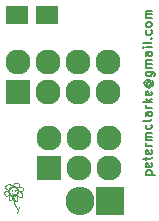
<source format=gts>
G04 #@! TF.FileFunction,Soldermask,Top*
%FSLAX46Y46*%
G04 Gerber Fmt 4.6, Leading zero omitted, Abs format (unit mm)*
G04 Created by KiCad (PCBNEW 4.0.1-stable) date 03/05/2016 22:29:02*
%MOMM*%
G01*
G04 APERTURE LIST*
%ADD10C,0.100000*%
%ADD11C,0.127000*%
%ADD12C,0.101600*%
%ADD13C,0.076200*%
%ADD14C,0.150000*%
%ADD15C,2.127200*%
%ADD16R,2.127200X2.127200*%
%ADD17O,2.127200X2.127200*%
%ADD18R,2.432000X2.432000*%
%ADD19O,2.432000X2.432000*%
%ADD20R,1.900000X1.650000*%
G04 APERTURE END LIST*
D10*
D11*
X169408714Y-103058715D02*
X170170714Y-103058715D01*
X169445000Y-103058715D02*
X169408714Y-102986144D01*
X169408714Y-102841001D01*
X169445000Y-102768430D01*
X169481286Y-102732144D01*
X169553857Y-102695858D01*
X169771571Y-102695858D01*
X169844143Y-102732144D01*
X169880429Y-102768430D01*
X169916714Y-102841001D01*
X169916714Y-102986144D01*
X169880429Y-103058715D01*
X169880429Y-102079001D02*
X169916714Y-102151572D01*
X169916714Y-102296715D01*
X169880429Y-102369286D01*
X169807857Y-102405572D01*
X169517571Y-102405572D01*
X169445000Y-102369286D01*
X169408714Y-102296715D01*
X169408714Y-102151572D01*
X169445000Y-102079001D01*
X169517571Y-102042715D01*
X169590143Y-102042715D01*
X169662714Y-102405572D01*
X169408714Y-101825001D02*
X169408714Y-101534715D01*
X169154714Y-101716143D02*
X169807857Y-101716143D01*
X169880429Y-101679858D01*
X169916714Y-101607286D01*
X169916714Y-101534715D01*
X169880429Y-100990429D02*
X169916714Y-101063000D01*
X169916714Y-101208143D01*
X169880429Y-101280714D01*
X169807857Y-101317000D01*
X169517571Y-101317000D01*
X169445000Y-101280714D01*
X169408714Y-101208143D01*
X169408714Y-101063000D01*
X169445000Y-100990429D01*
X169517571Y-100954143D01*
X169590143Y-100954143D01*
X169662714Y-101317000D01*
X169916714Y-100627571D02*
X169408714Y-100627571D01*
X169553857Y-100627571D02*
X169481286Y-100591286D01*
X169445000Y-100555000D01*
X169408714Y-100482429D01*
X169408714Y-100409857D01*
X169916714Y-100155857D02*
X169408714Y-100155857D01*
X169481286Y-100155857D02*
X169445000Y-100119572D01*
X169408714Y-100047000D01*
X169408714Y-99938143D01*
X169445000Y-99865572D01*
X169517571Y-99829286D01*
X169916714Y-99829286D01*
X169517571Y-99829286D02*
X169445000Y-99793000D01*
X169408714Y-99720429D01*
X169408714Y-99611572D01*
X169445000Y-99539000D01*
X169517571Y-99502715D01*
X169916714Y-99502715D01*
X169880429Y-98813286D02*
X169916714Y-98885857D01*
X169916714Y-99031000D01*
X169880429Y-99103572D01*
X169844143Y-99139857D01*
X169771571Y-99176143D01*
X169553857Y-99176143D01*
X169481286Y-99139857D01*
X169445000Y-99103572D01*
X169408714Y-99031000D01*
X169408714Y-98885857D01*
X169445000Y-98813286D01*
X169916714Y-98377857D02*
X169880429Y-98450429D01*
X169807857Y-98486714D01*
X169154714Y-98486714D01*
X169916714Y-97761000D02*
X169517571Y-97761000D01*
X169445000Y-97797286D01*
X169408714Y-97869857D01*
X169408714Y-98015000D01*
X169445000Y-98087571D01*
X169880429Y-97761000D02*
X169916714Y-97833571D01*
X169916714Y-98015000D01*
X169880429Y-98087571D01*
X169807857Y-98123857D01*
X169735286Y-98123857D01*
X169662714Y-98087571D01*
X169626429Y-98015000D01*
X169626429Y-97833571D01*
X169590143Y-97761000D01*
X169916714Y-97398142D02*
X169408714Y-97398142D01*
X169553857Y-97398142D02*
X169481286Y-97361857D01*
X169445000Y-97325571D01*
X169408714Y-97253000D01*
X169408714Y-97180428D01*
X169916714Y-96926428D02*
X169154714Y-96926428D01*
X169626429Y-96853857D02*
X169916714Y-96636143D01*
X169408714Y-96636143D02*
X169699000Y-96926428D01*
X169880429Y-96019286D02*
X169916714Y-96091857D01*
X169916714Y-96237000D01*
X169880429Y-96309571D01*
X169807857Y-96345857D01*
X169517571Y-96345857D01*
X169445000Y-96309571D01*
X169408714Y-96237000D01*
X169408714Y-96091857D01*
X169445000Y-96019286D01*
X169517571Y-95983000D01*
X169590143Y-95983000D01*
X169662714Y-96345857D01*
X169553857Y-95184714D02*
X169517571Y-95221000D01*
X169481286Y-95293571D01*
X169481286Y-95366143D01*
X169517571Y-95438714D01*
X169553857Y-95475000D01*
X169626429Y-95511286D01*
X169699000Y-95511286D01*
X169771571Y-95475000D01*
X169807857Y-95438714D01*
X169844143Y-95366143D01*
X169844143Y-95293571D01*
X169807857Y-95221000D01*
X169771571Y-95184714D01*
X169481286Y-95184714D02*
X169771571Y-95184714D01*
X169807857Y-95148428D01*
X169807857Y-95112143D01*
X169771571Y-95039571D01*
X169699000Y-95003286D01*
X169517571Y-95003286D01*
X169408714Y-95075857D01*
X169336143Y-95184714D01*
X169299857Y-95329857D01*
X169336143Y-95475000D01*
X169408714Y-95583857D01*
X169517571Y-95656428D01*
X169662714Y-95692714D01*
X169807857Y-95656428D01*
X169916714Y-95583857D01*
X169989286Y-95475000D01*
X170025571Y-95329857D01*
X169989286Y-95184714D01*
X169916714Y-95075857D01*
X169408714Y-94350143D02*
X170025571Y-94350143D01*
X170098143Y-94386429D01*
X170134429Y-94422714D01*
X170170714Y-94495286D01*
X170170714Y-94604143D01*
X170134429Y-94676714D01*
X169880429Y-94350143D02*
X169916714Y-94422714D01*
X169916714Y-94567857D01*
X169880429Y-94640429D01*
X169844143Y-94676714D01*
X169771571Y-94713000D01*
X169553857Y-94713000D01*
X169481286Y-94676714D01*
X169445000Y-94640429D01*
X169408714Y-94567857D01*
X169408714Y-94422714D01*
X169445000Y-94350143D01*
X169916714Y-93987285D02*
X169408714Y-93987285D01*
X169481286Y-93987285D02*
X169445000Y-93951000D01*
X169408714Y-93878428D01*
X169408714Y-93769571D01*
X169445000Y-93697000D01*
X169517571Y-93660714D01*
X169916714Y-93660714D01*
X169517571Y-93660714D02*
X169445000Y-93624428D01*
X169408714Y-93551857D01*
X169408714Y-93443000D01*
X169445000Y-93370428D01*
X169517571Y-93334143D01*
X169916714Y-93334143D01*
X169916714Y-92644714D02*
X169517571Y-92644714D01*
X169445000Y-92681000D01*
X169408714Y-92753571D01*
X169408714Y-92898714D01*
X169445000Y-92971285D01*
X169880429Y-92644714D02*
X169916714Y-92717285D01*
X169916714Y-92898714D01*
X169880429Y-92971285D01*
X169807857Y-93007571D01*
X169735286Y-93007571D01*
X169662714Y-92971285D01*
X169626429Y-92898714D01*
X169626429Y-92717285D01*
X169590143Y-92644714D01*
X169916714Y-92281856D02*
X169408714Y-92281856D01*
X169154714Y-92281856D02*
X169191000Y-92318142D01*
X169227286Y-92281856D01*
X169191000Y-92245571D01*
X169154714Y-92281856D01*
X169227286Y-92281856D01*
X169916714Y-91810142D02*
X169880429Y-91882714D01*
X169807857Y-91918999D01*
X169154714Y-91918999D01*
X169844143Y-91519856D02*
X169880429Y-91483571D01*
X169916714Y-91519856D01*
X169880429Y-91556142D01*
X169844143Y-91519856D01*
X169916714Y-91519856D01*
X169880429Y-90830428D02*
X169916714Y-90902999D01*
X169916714Y-91048142D01*
X169880429Y-91120714D01*
X169844143Y-91156999D01*
X169771571Y-91193285D01*
X169553857Y-91193285D01*
X169481286Y-91156999D01*
X169445000Y-91120714D01*
X169408714Y-91048142D01*
X169408714Y-90902999D01*
X169445000Y-90830428D01*
X169916714Y-90394999D02*
X169880429Y-90467571D01*
X169844143Y-90503856D01*
X169771571Y-90540142D01*
X169553857Y-90540142D01*
X169481286Y-90503856D01*
X169445000Y-90467571D01*
X169408714Y-90394999D01*
X169408714Y-90286142D01*
X169445000Y-90213571D01*
X169481286Y-90177285D01*
X169553857Y-90140999D01*
X169771571Y-90140999D01*
X169844143Y-90177285D01*
X169880429Y-90213571D01*
X169916714Y-90286142D01*
X169916714Y-90394999D01*
X169916714Y-89814427D02*
X169408714Y-89814427D01*
X169481286Y-89814427D02*
X169445000Y-89778142D01*
X169408714Y-89705570D01*
X169408714Y-89596713D01*
X169445000Y-89524142D01*
X169517571Y-89487856D01*
X169916714Y-89487856D01*
X169517571Y-89487856D02*
X169445000Y-89451570D01*
X169408714Y-89378999D01*
X169408714Y-89270142D01*
X169445000Y-89197570D01*
X169517571Y-89161285D01*
X169916714Y-89161285D01*
D12*
X158529000Y-106276000D02*
X158689000Y-105756000D01*
X158569000Y-106056000D02*
X158529000Y-106276000D01*
X158449000Y-105776000D02*
X158569000Y-106056000D01*
X158229000Y-105476000D02*
X158449000Y-105776000D01*
X158139000Y-105046000D02*
X158229000Y-105476000D01*
X158509000Y-105056000D02*
X158509000Y-104886000D01*
X158529000Y-105156000D02*
X158509000Y-105056000D01*
X158479000Y-105246000D02*
X158529000Y-105156000D01*
X158359000Y-105276000D02*
X158479000Y-105246000D01*
X158239000Y-105146000D02*
X158359000Y-105276000D01*
X158169000Y-104956000D02*
X158239000Y-105146000D01*
X158689000Y-104956000D02*
X158599000Y-104826000D01*
X158819000Y-104986000D02*
X158689000Y-104956000D01*
X158929000Y-104946000D02*
X158819000Y-104986000D01*
X158969000Y-104846000D02*
X158929000Y-104946000D01*
X158969000Y-104706000D02*
X158969000Y-104846000D01*
X158869000Y-104566000D02*
X158969000Y-104706000D01*
X158689000Y-104456000D02*
X158869000Y-104566000D01*
X158789000Y-104426000D02*
X158689000Y-104426000D01*
X158939000Y-104416000D02*
X158789000Y-104426000D01*
X159039000Y-104346000D02*
X158939000Y-104416000D01*
X159019000Y-104196000D02*
X159039000Y-104346000D01*
X158909000Y-104096000D02*
X159019000Y-104196000D01*
X158539000Y-104106000D02*
X158909000Y-104096000D01*
X158659000Y-103976000D02*
X158569000Y-104116000D01*
X158679000Y-103866000D02*
X158659000Y-103976000D01*
X158629000Y-103756000D02*
X158679000Y-103866000D01*
X158459000Y-103726000D02*
X158629000Y-103756000D01*
X158299000Y-103786000D02*
X158459000Y-103726000D01*
X158209000Y-104056000D02*
X158299000Y-103786000D01*
X158109000Y-104966000D02*
X158099000Y-104936000D01*
X158139000Y-104946000D02*
X158109000Y-104966000D01*
X158119000Y-104966000D02*
X158139000Y-104946000D01*
X158099000Y-105076000D02*
X158119000Y-104966000D01*
X158039000Y-105186000D02*
X158099000Y-105076000D01*
X157919000Y-105226000D02*
X158039000Y-105186000D01*
X157809000Y-105186000D02*
X157919000Y-105226000D01*
X157799000Y-104996000D02*
X157809000Y-105186000D01*
X157879000Y-104796000D02*
X157799000Y-104996000D01*
X157609000Y-104836000D02*
X157859000Y-104776000D01*
X157489000Y-104756000D02*
X157609000Y-104836000D01*
X157449000Y-104626000D02*
X157489000Y-104756000D01*
X157539000Y-104476000D02*
X157449000Y-104626000D01*
X157809000Y-104426000D02*
X157539000Y-104476000D01*
X157589000Y-104306000D02*
X157799000Y-104356000D01*
X157479000Y-104136000D02*
X157589000Y-104306000D01*
X157589000Y-103946000D02*
X157479000Y-104136000D01*
X157869000Y-103876000D02*
X157589000Y-103946000D01*
X158139000Y-104016000D02*
X157869000Y-103876000D01*
D13*
X158309000Y-104686000D02*
X158429000Y-104596000D01*
X158179000Y-104696000D02*
X158309000Y-104686000D01*
X158059000Y-104626000D02*
X158179000Y-104696000D01*
D14*
X158140623Y-104406000D02*
G75*
G03X158140623Y-104406000I-31623J0D01*
G01*
D11*
X158659000Y-104486000D02*
G75*
G03X158659000Y-104486000I-410000J0D01*
G01*
D14*
X158420623Y-104406000D02*
G75*
G03X158420623Y-104406000I-31623J0D01*
G01*
D15*
X158599200Y-93493800D03*
D16*
X158599200Y-96033800D03*
D17*
X161139200Y-93493800D03*
X161139200Y-96033800D03*
X163679200Y-93493800D03*
X163679200Y-96033800D03*
X166219200Y-93493800D03*
X166219200Y-96033800D03*
D16*
X161190000Y-102460000D03*
D17*
X161190000Y-99920000D03*
X163730000Y-102460000D03*
X163730000Y-99920000D03*
X166270000Y-102460000D03*
X166270000Y-99920000D03*
D18*
X166397000Y-105317500D03*
D19*
X163857000Y-105317500D03*
D20*
X158543000Y-89506000D03*
X161043000Y-89506000D03*
M02*

</source>
